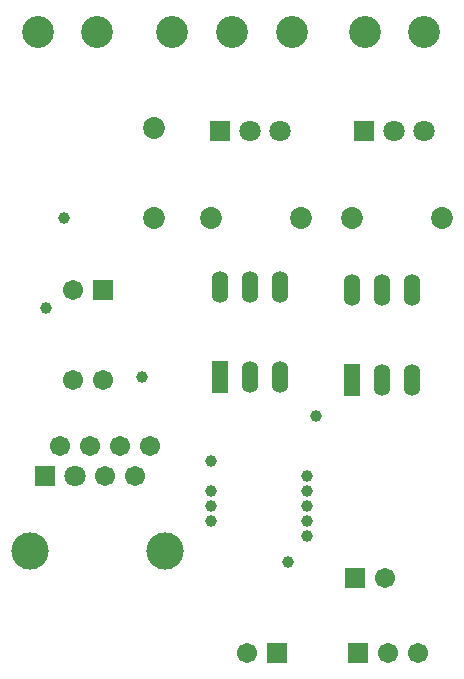
<source format=gbr>
%FSDAX24Y24*%
%MOIN*%
%SFA1B1*%

%IPPOS*%
%ADD45R,0.067100X0.067100*%
%ADD46C,0.067100*%
%ADD47R,0.067100X0.067100*%
%ADD48C,0.106400*%
%ADD49C,0.073000*%
%ADD50O,0.055200X0.106400*%
%ADD51R,0.055200X0.106400*%
%ADD52C,0.071000*%
%ADD53R,0.071000X0.071000*%
%ADD54C,0.124100*%
%ADD55C,0.071000*%
%ADD56C,0.067100*%
%ADD57R,0.067100X0.067100*%
%ADD58C,0.039500*%
%LNde-060418_soldermask_bot-1*%
%LPD*%
G54D45*
X012200Y001000D03*
X012100Y003500D03*
X009500Y001000D03*
G54D46*
X013200Y001000D03*
X014200D03*
X002700Y010100D03*
X003700D03*
X002700Y013100D03*
X013100Y003500D03*
X008500Y001000D03*
G54D47*
X003700Y013100D03*
G54D48*
X001516Y021700D03*
X003484D03*
X010000D03*
X008000D03*
X006000D03*
X014384D03*
X012416D03*
G54D49*
X005400Y018500D03*
Y015500D03*
X010300D03*
X007300D03*
X015000D03*
X012000D03*
G54D50*
X009600Y013200D03*
X008600D03*
X007600D03*
X009600Y010200D03*
X008600D03*
X014000Y013100D03*
X013000D03*
X012000D03*
X014000Y010100D03*
X013000D03*
G54D51*
X007600Y010200D03*
X012000Y010100D03*
G54D52*
X009600Y018400D03*
X008600D03*
X014400D03*
X013400D03*
G54D53*
X007600Y018400D03*
X012400D03*
G54D54*
X005750Y004390D03*
X001250D03*
G54D55*
X002750Y006890D03*
G54D56*
X003750Y006890D03*
X003250Y007890D03*
X004250D03*
X004750Y006890D03*
X002250Y007890D03*
X005250D03*
G54D57*
X001750Y006890D03*
G54D58*
X007300Y007400D03*
X002400Y015500D03*
X001800Y012500D03*
X007300Y006400D03*
Y005400D03*
X010500D03*
Y006400D03*
X010800Y008900D03*
X010500Y006900D03*
Y005900D03*
Y004900D03*
X005000Y010200D03*
X007300Y005900D03*
X009845Y004015D03*
M02*
</source>
